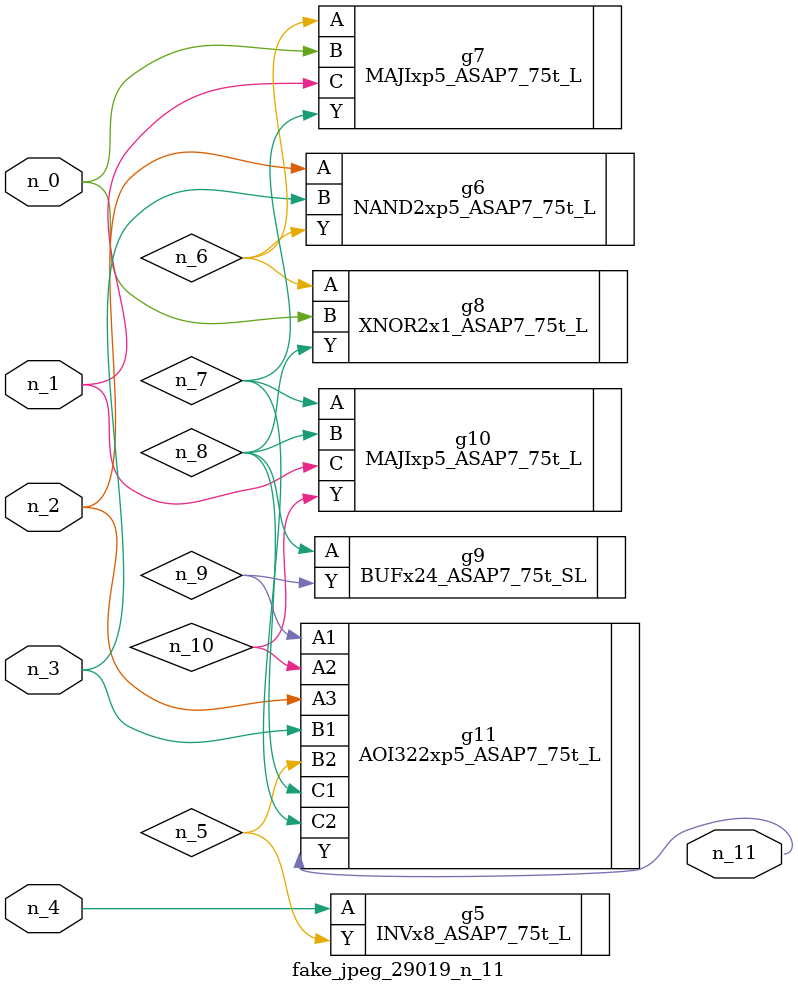
<source format=v>
module fake_jpeg_29019_n_11 (n_3, n_2, n_1, n_0, n_4, n_11);

input n_3;
input n_2;
input n_1;
input n_0;
input n_4;

output n_11;

wire n_10;
wire n_8;
wire n_9;
wire n_6;
wire n_5;
wire n_7;

INVx8_ASAP7_75t_L g5 ( 
.A(n_4),
.Y(n_5)
);

NAND2xp5_ASAP7_75t_L g6 ( 
.A(n_2),
.B(n_3),
.Y(n_6)
);

MAJIxp5_ASAP7_75t_L g7 ( 
.A(n_6),
.B(n_0),
.C(n_1),
.Y(n_7)
);

MAJIxp5_ASAP7_75t_L g10 ( 
.A(n_7),
.B(n_8),
.C(n_1),
.Y(n_10)
);

XNOR2x1_ASAP7_75t_L g8 ( 
.A(n_6),
.B(n_0),
.Y(n_8)
);

BUFx24_ASAP7_75t_SL g9 ( 
.A(n_8),
.Y(n_9)
);

AOI322xp5_ASAP7_75t_L g11 ( 
.A1(n_9),
.A2(n_10),
.A3(n_2),
.B1(n_3),
.B2(n_5),
.C1(n_8),
.C2(n_7),
.Y(n_11)
);


endmodule
</source>
